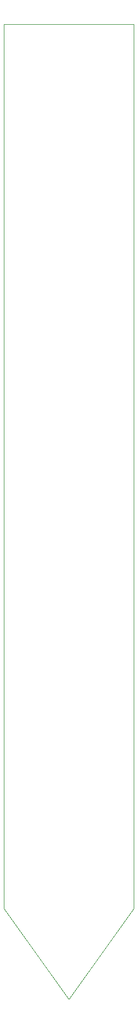
<source format=gbr>
G04 #@! TF.FileFunction,Profile,NP*
%FSLAX46Y46*%
G04 Gerber Fmt 4.6, Leading zero omitted, Abs format (unit mm)*
G04 Created by KiCad (PCBNEW (2015-03-21 BZR 5528)-product) date Fri 27 Mar 2015 10:09:21 AM EET*
%MOMM*%
G01*
G04 APERTURE LIST*
%ADD10C,0.100000*%
G04 APERTURE END LIST*
D10*
X95000000Y-163000000D02*
X85000000Y-149000000D01*
X95000000Y-163000000D02*
X105000000Y-149000000D01*
X85000000Y-13000000D02*
X85000000Y-149000000D01*
X105000000Y-13000000D02*
X85000000Y-13000000D01*
X105000000Y-149000000D02*
X105000000Y-13000000D01*
M02*

</source>
